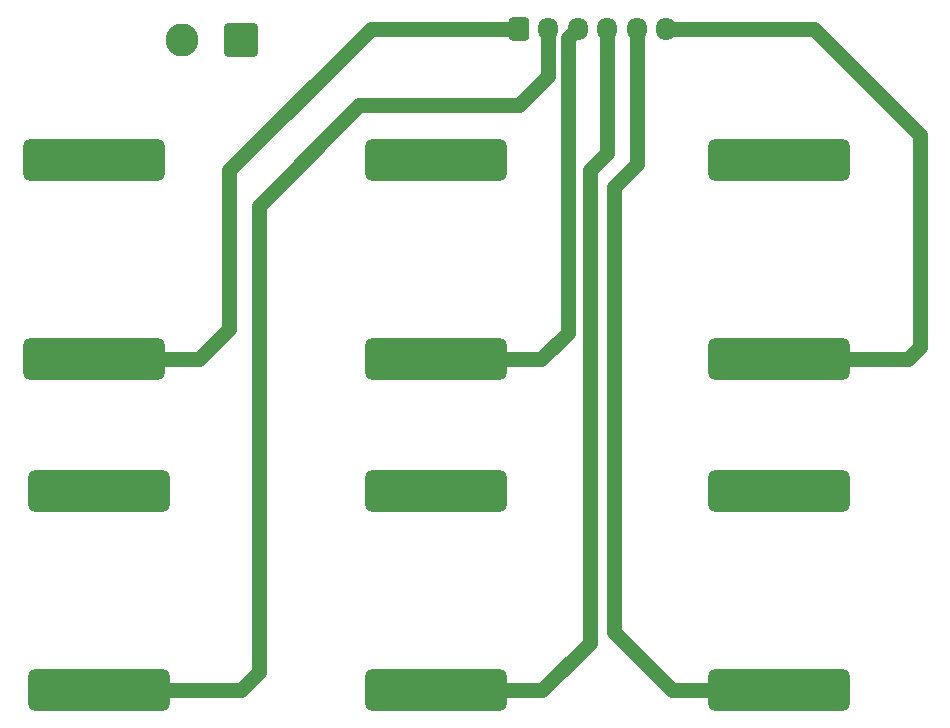
<source format=gbr>
%TF.GenerationSoftware,KiCad,Pcbnew,9.0.3*%
%TF.CreationDate,2026-02-15T20:10:58-06:00*%
%TF.ProjectId,relay board,72656c61-7920-4626-9f61-72642e6b6963,rev?*%
%TF.SameCoordinates,Original*%
%TF.FileFunction,Copper,L2,Bot*%
%TF.FilePolarity,Positive*%
%FSLAX46Y46*%
G04 Gerber Fmt 4.6, Leading zero omitted, Abs format (unit mm)*
G04 Created by KiCad (PCBNEW 9.0.3) date 2026-02-15 20:10:58*
%MOMM*%
%LPD*%
G01*
G04 APERTURE LIST*
G04 Aperture macros list*
%AMRoundRect*
0 Rectangle with rounded corners*
0 $1 Rounding radius*
0 $2 $3 $4 $5 $6 $7 $8 $9 X,Y pos of 4 corners*
0 Add a 4 corners polygon primitive as box body*
4,1,4,$2,$3,$4,$5,$6,$7,$8,$9,$2,$3,0*
0 Add four circle primitives for the rounded corners*
1,1,$1+$1,$2,$3*
1,1,$1+$1,$4,$5*
1,1,$1+$1,$6,$7*
1,1,$1+$1,$8,$9*
0 Add four rect primitives between the rounded corners*
20,1,$1+$1,$2,$3,$4,$5,0*
20,1,$1+$1,$4,$5,$6,$7,0*
20,1,$1+$1,$6,$7,$8,$9,0*
20,1,$1+$1,$8,$9,$2,$3,0*%
G04 Aperture macros list end*
%TA.AperFunction,ComponentPad*%
%ADD10RoundRect,0.250000X-0.600000X-0.725000X0.600000X-0.725000X0.600000X0.725000X-0.600000X0.725000X0*%
%TD*%
%TA.AperFunction,ComponentPad*%
%ADD11O,1.700000X1.950000*%
%TD*%
%TA.AperFunction,ComponentPad*%
%ADD12RoundRect,0.250001X1.149999X1.149999X-1.149999X1.149999X-1.149999X-1.149999X1.149999X-1.149999X0*%
%TD*%
%TA.AperFunction,ComponentPad*%
%ADD13C,2.800000*%
%TD*%
%TA.AperFunction,ComponentPad*%
%ADD14RoundRect,0.525000X-5.475000X-1.225000X5.475000X-1.225000X5.475000X1.225000X-5.475000X1.225000X0*%
%TD*%
%TA.AperFunction,Conductor*%
%ADD15C,1.270000*%
%TD*%
G04 APERTURE END LIST*
D10*
%TO.P,J1,1,Pin_1*%
%TO.N,Net-(J1-Pin_1)*%
X168000000Y-21000000D03*
D11*
%TO.P,J1,2,Pin_2*%
%TO.N,Net-(J1-Pin_2)*%
X170500000Y-21000000D03*
%TO.P,J1,3,Pin_3*%
%TO.N,Net-(J1-Pin_3)*%
X173000000Y-21000000D03*
%TO.P,J1,4,Pin_4*%
%TO.N,Net-(J1-Pin_4)*%
X175500000Y-21000000D03*
%TO.P,J1,5,Pin_5*%
%TO.N,Net-(J1-Pin_5)*%
X178000000Y-21000000D03*
%TO.P,J1,6,Pin_6*%
%TO.N,Net-(J1-Pin_6)*%
X180500000Y-21000000D03*
%TD*%
D12*
%TO.P,J2,1,Pin_1*%
%TO.N,+12v*%
X144500000Y-22000000D03*
D13*
%TO.P,J2,2,Pin_2*%
%TO.N,GND*%
X139500000Y-22000000D03*
%TD*%
D14*
%TO.P,K2,85*%
%TO.N,Net-(J1-Pin_2)*%
X132500000Y-77000000D03*
%TO.P,K2,86*%
%TO.N,+12v*%
X132500000Y-60125000D03*
%TD*%
%TO.P,K4,85*%
%TO.N,Net-(J1-Pin_4)*%
X161000000Y-77000000D03*
%TO.P,K4,86*%
%TO.N,+12v*%
X161000000Y-60125000D03*
%TD*%
%TO.P,K1,85*%
%TO.N,Net-(J1-Pin_1)*%
X132000000Y-49000000D03*
%TO.P,K1,86*%
%TO.N,+12v*%
X132000000Y-32125000D03*
%TD*%
%TO.P,K3,85*%
%TO.N,Net-(J1-Pin_3)*%
X161000000Y-49000000D03*
%TO.P,K3,86*%
%TO.N,+12v*%
X161000000Y-32125000D03*
%TD*%
%TO.P,K5,85*%
%TO.N,Net-(J1-Pin_5)*%
X190000000Y-77000000D03*
%TO.P,K5,86*%
%TO.N,+12v*%
X190000000Y-60125000D03*
%TD*%
%TO.P,K6,85*%
%TO.N,Net-(J1-Pin_6)*%
X190000000Y-49000000D03*
%TO.P,K6,86*%
%TO.N,+12v*%
X190000000Y-32125000D03*
%TD*%
D15*
%TO.N,Net-(J1-Pin_2)*%
X146000000Y-75500000D02*
X144500000Y-77000000D01*
X144500000Y-77000000D02*
X132000000Y-77000000D01*
X146000000Y-36000000D02*
X146000000Y-75500000D01*
X154500000Y-27500000D02*
X146000000Y-36000000D01*
X170500000Y-25000000D02*
X168000000Y-27500000D01*
X170500000Y-21000000D02*
X170500000Y-25000000D01*
X168000000Y-27500000D02*
X154500000Y-27500000D01*
%TO.N,Net-(J1-Pin_1)*%
X140927257Y-49000000D02*
X132000000Y-49000000D01*
X143500000Y-46427257D02*
X140927257Y-49000000D01*
X143500000Y-33000000D02*
X143500000Y-46427257D01*
X155500000Y-21000000D02*
X143500000Y-33000000D01*
X168000000Y-21000000D02*
X155500000Y-21000000D01*
%TO.N,Net-(J1-Pin_3)*%
X172186000Y-46741257D02*
X169927257Y-49000000D01*
X172186000Y-21814000D02*
X172186000Y-46741257D01*
X173000000Y-21000000D02*
X172186000Y-21814000D01*
X169927257Y-49000000D02*
X161000000Y-49000000D01*
%TO.N,Net-(J1-Pin_4)*%
X170000000Y-77000000D02*
X161000000Y-77000000D01*
X174000000Y-33000000D02*
X174000000Y-73000000D01*
X175500000Y-31500000D02*
X174000000Y-33000000D01*
X174000000Y-73000000D02*
X170000000Y-77000000D01*
X175500000Y-21000000D02*
X175500000Y-31500000D01*
%TO.N,Net-(J1-Pin_5)*%
X181000000Y-77000000D02*
X190000000Y-77000000D01*
X176064000Y-72064000D02*
X181000000Y-77000000D01*
X176064000Y-34436000D02*
X176064000Y-72064000D01*
X178000000Y-32500000D02*
X176064000Y-34436000D01*
X178000000Y-21000000D02*
X178000000Y-32500000D01*
%TO.N,Net-(J1-Pin_6)*%
X201000000Y-49000000D02*
X189000000Y-49000000D01*
X202000000Y-48000000D02*
X201000000Y-49000000D01*
X202000000Y-30000000D02*
X202000000Y-48000000D01*
X193000000Y-21000000D02*
X202000000Y-30000000D01*
X180500000Y-21000000D02*
X193000000Y-21000000D01*
%TD*%
M02*

</source>
